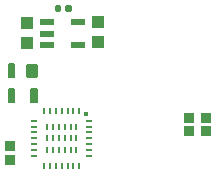
<source format=gbr>
G04 EAGLE Gerber RS-274X export*
G75*
%MOMM*%
%FSLAX34Y34*%
%LPD*%
%INSolderpaste Top*%
%IPPOS*%
%AMOC8*
5,1,8,0,0,1.08239X$1,22.5*%
G01*
%ADD10R,0.260000X0.560000*%
%ADD11R,0.560000X0.260000*%
%ADD12R,0.400000X0.400000*%
%ADD13R,1.200000X0.550000*%
%ADD14R,1.000000X1.100000*%
%ADD15R,0.900000X0.850000*%
%ADD16C,0.247500*%
%ADD17C,0.147500*%
%ADD18C,0.270000*%


D10*
X281796Y76204D03*
X276796Y76204D03*
X271796Y76204D03*
X266796Y76204D03*
X261796Y76204D03*
X256796Y76204D03*
X251796Y76204D03*
D11*
X243796Y68204D03*
X243796Y63204D03*
X243796Y58204D03*
X243796Y53204D03*
X243796Y48204D03*
X243796Y43204D03*
X243796Y38204D03*
D10*
X251796Y30204D03*
X256796Y30204D03*
X261796Y30204D03*
X266796Y30204D03*
X271796Y30204D03*
X276796Y30204D03*
X281796Y30204D03*
D11*
X289796Y38204D03*
X289796Y43204D03*
X289796Y48204D03*
X289796Y53204D03*
X289796Y58204D03*
X289796Y63204D03*
X289796Y68204D03*
D10*
X279296Y63204D03*
X279296Y53204D03*
X279296Y43204D03*
X274296Y63204D03*
X274296Y53204D03*
X274296Y43204D03*
X269296Y63204D03*
X269296Y53204D03*
X269296Y43204D03*
X264296Y63204D03*
X264296Y53204D03*
X264296Y43204D03*
X259296Y63204D03*
X259296Y53204D03*
X259296Y43204D03*
X254296Y63204D03*
X254296Y53204D03*
X254296Y43204D03*
D12*
X287796Y74204D03*
D13*
X254468Y151506D03*
X254468Y142006D03*
X254468Y132506D03*
X280470Y132506D03*
X280470Y151506D03*
D14*
X237288Y134188D03*
X237288Y151188D03*
X297806Y134444D03*
X297806Y151444D03*
D15*
X223469Y35026D03*
X223469Y46626D03*
D16*
X237637Y105737D02*
X237637Y115663D01*
X245063Y115663D01*
X245063Y105737D01*
X237637Y105737D01*
X237637Y108088D02*
X245063Y108088D01*
X245063Y110439D02*
X237637Y110439D01*
X237637Y112790D02*
X245063Y112790D01*
X245063Y115141D02*
X237637Y115141D01*
D17*
X221937Y116163D02*
X221937Y105237D01*
X221937Y116163D02*
X226363Y116163D01*
X226363Y105237D01*
X221937Y105237D01*
X221937Y106638D02*
X226363Y106638D01*
X226363Y108039D02*
X221937Y108039D01*
X221937Y109440D02*
X226363Y109440D01*
X226363Y110841D02*
X221937Y110841D01*
X221937Y112242D02*
X226363Y112242D01*
X226363Y113643D02*
X221937Y113643D01*
X221937Y115044D02*
X226363Y115044D01*
X221937Y95063D02*
X221937Y84137D01*
X221937Y95063D02*
X226363Y95063D01*
X226363Y84137D01*
X221937Y84137D01*
X221937Y85538D02*
X226363Y85538D01*
X226363Y86939D02*
X221937Y86939D01*
X221937Y88340D02*
X226363Y88340D01*
X226363Y89741D02*
X221937Y89741D01*
X221937Y91142D02*
X226363Y91142D01*
X226363Y92543D02*
X221937Y92543D01*
X221937Y93944D02*
X226363Y93944D01*
X241137Y95063D02*
X241137Y84137D01*
X241137Y95063D02*
X245563Y95063D01*
X245563Y84137D01*
X241137Y84137D01*
X241137Y85538D02*
X245563Y85538D01*
X245563Y86939D02*
X241137Y86939D01*
X241137Y88340D02*
X245563Y88340D01*
X245563Y89741D02*
X241137Y89741D01*
X241137Y91142D02*
X245563Y91142D01*
X245563Y92543D02*
X241137Y92543D01*
X241137Y93944D02*
X245563Y93944D01*
D18*
X262130Y162150D02*
X264830Y162150D01*
X262130Y162150D02*
X262130Y165450D01*
X264830Y165450D01*
X264830Y162150D01*
X264830Y164715D02*
X262130Y164715D01*
X270770Y162150D02*
X273470Y162150D01*
X270770Y162150D02*
X270770Y165450D01*
X273470Y165450D01*
X273470Y162150D01*
X273470Y164715D02*
X270770Y164715D01*
D15*
X375000Y59200D03*
X375000Y70800D03*
X389000Y59200D03*
X389000Y70800D03*
M02*

</source>
